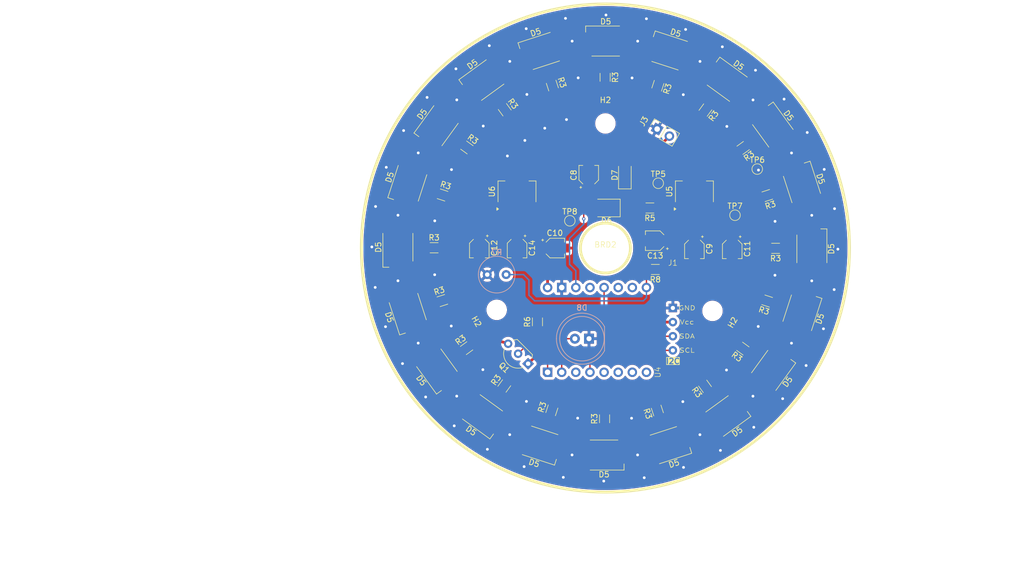
<source format=kicad_pcb>
(kicad_pcb (version 20240108) (generator "pcbnew") (generator_version "8.0")
  (layers (0 "F.Cu" signal) (31 "B.Cu" signal) (34 "B.Paste" user) (35 "F.Paste" user) (36 "B.SilkS" user "B.Silkscreen") (37 "F.SilkS" user "F.Silkscreen") (38 "B.Mask" user) (39 "F.Mask" user) (44 "Edge.Cuts" user))
  (net 0 "")
  (net 1 "/SDA")
  (net 2 "GND")
  (net 3 "/Power Supply/VIN")
  (net 4 "+3V3")
  (net 5 "+5V")
  (net 6 "/Power Supply/VDC")
  (net 7 "GPIO3")
  (net 8 "/SCK")
  (net 9 "GPIO5")
  (net 10 "ADC0")
  (net 11 "GPIO2")
  (net 12 "Net-(D5-AB)")
  (net 13 "Net-(D6-A)")
  (net 19 "GPIO9")
  (net 21 "Net-(D6-K)")
  (net 22 "Net-(Q1-B)")
  (net 23 "LED_RING")
  (footprint "Resistor_SMD:R_1206_3216Metric_Pad1.30x1.75mm_HandSolder" (layer "F.Cu") (at 230.7 99.75 180)
    (property "Reference" "R3")
    (property "Value" "10R")
  )
  (footprint "Resistor_SMD:R_1206_3216Metric_Pad1.30x1.75mm_HandSolder" (layer "F.Cu") (at 169.3 99.65)
    (property "Reference" "R3")
    (property "Value" "10R")
  )
  (footprint "Alexander Footprint Library:LED_5050-6" (layer "F.Cu") (at 211.644271 64.348029 -18)
    (property "Reference" "D5")
    (property "Value" "LED-5050")
  )
  (footprint "Alexander Footprint Library:LED_5050-6" (layer "F.Cu") (at 211.358954 135.144676 -162)
    (property "Reference" "D5")
    (property "Value" "LED-5050")
  )
  (footprint "Resistor_SMD:R_1206_3216Metric_Pad1.30x1.75mm_HandSolder" (layer "F.Cu") (at 181.914542 124.507432 54)
    (property "Reference" "R3")
    (property "Value" "10R")
  )
  (footprint "Resistor_SMD:R_1206_3216Metric_Pad1.30x1.75mm_HandSolder" (layer "F.Cu") (at 170.818016 90.165625 -18)
    (property "Reference" "R3")
    (property "Value" "10R")
  )
  (footprint "Resistor_SMD:R_1206_3216Metric_Pad1.30x1.75mm_HandSolder" (layer "F.Cu") (at 218.004556 124.566211 126)
    (property "Reference" "R3")
    (property "Value" "10R")
  )
  (footprint "Alexander Footprint Library:LED_5050-6" (layer "F.Cu") (at 230.023445 121.69872 -126)
    (property "Reference" "D5")
    (property "Value" "LED-5050")
  )
  (footprint "Alexander Footprint Library:LED_5050-6" (layer "F.Cu") (at 178.00128 129.723445 144)
    (property "Reference" "D5")
    (property "Value" "LED-5050")
  )
  (footprint "Resistor_SMD:R_1206_3216Metric_Pad1.30x1.75mm_HandSolder" (layer "F.Cu") (at 209.534375 70.518016 -108)
    (property "Reference" "R3")
    (property "Value" "10R")
  )
  (footprint "Capacitor_SMD:CP_Elec_3x5.3" (layer "F.Cu") (at 197.1 86.6 90)
    (property "Reference" "C8")
    (property "Value" "1uF")
  )
  (footprint "Capacitor_SMD:CP_Elec_3x5.3" (layer "F.Cu") (at 191 99.7)
    (property "Reference" "C10")
    (property "Value" "1uF")
  )
  (footprint "Alexander Footprint Library:Conn_I2C" (layer "F.Cu") (at 212.225 102.86)
    (property "Reference" "J1")
    (property "Value" "I2C")
  )
  (footprint "TestPoint:TestPoint_Pad_D1.5mm" (layer "F.Cu") (at 193.7 94.8)
    (property "Reference" "TP8")
    (property "Value" "5V")
  )
  (footprint "TestPoint:TestPoint_Pad_D1.5mm" (layer "F.Cu") (at 223.4 93.8)
    (property "Reference" "TP7")
    (property "Value" "3V3")
  )
  (footprint "Resistor_SMD:R_1206_3216Metric_Pad1.30x1.75mm_HandSolder" (layer "F.Cu") (at 190.560731 70.487114 -72)
    (property "Reference" "R3")
    (property "Value" "10R")
  )
  (footprint "Alexander Footprint Library:LED_5050-6" (layer "F.Cu") (at 221.99872 69.676555 -36)
    (property "Reference" "D5")
    (property "Value" "LED-5050")
  )
  (footprint "TestPoint:TestPoint_Pad_D1.5mm" (layer "F.Cu") (at 209.6 88.05)
    (property "Reference" "TP5")
    (property "Value" "VIN")
  )
  (footprint "TestPoint:TestPoint_Pad_D1.5mm" (layer "F.Cu") (at 227.4 85.5)
    (property "Reference" "TP6")
    (property "Value" "GND")
  )
  (footprint "Resistor_SMD:R_1206_3216Metric_Pad1.30x1.75mm_HandSolder" (layer "F.Cu") (at 229.181984 109.234375 162)
    (property "Reference" "R3")
    (property "Value" "10R")
  )
  (footprint "Capacitor_SMD:CP_Elec_3x5.3" (layer "F.Cu") (at 222.9 99.85 -90)
    (property "Reference" "C11")
    (property "Value" "10uF")
  )
  (footprint "Resistor_SMD:R_1206_3216Metric_Pad1.30x1.75mm_HandSolder" (layer "F.Cu") (at 199.95 130.4 90)
    (property "Reference" "R3")
    (property "Value" "10R")
  )
  (footprint "Alexander Footprint Library:ESP32-C3_SuperMini" (layer "F.Cu") (at 210.02 122.04 90)
    (property "Reference" "U4")
    (property "Value" "ESP32-C3 SuperMini")
  )
  (footprint "Alexander Footprint Library:LED_5050-6" (layer "F.Cu") (at 169.80022 121.456015 126)
    (property "Reference" "D5")
    (property "Value" "LED-5050")
  )
  (footprint "Alexander Footprint Library:LED_5050-6" (layer "F.Cu") (at 230.19978 77.943985 -54)
    (property "Reference" "D5")
    (property "Value" "LED-5050")
  )
  (footprint "Resistor_SMD:R_1206_3216Metric_Pad1.30x1.75mm_HandSolder" (layer "F.Cu") (at 190.465625 128.881984 72)
    (property "Reference" "R3")
    (property "Value" "10R")
  )
  (footprint "Alexander Footprint Library:LED_5050-6" (layer "F.Cu") (at 235.351971 111.344271 -108)
    (property "Reference" "D5")
    (property "Value" "LED-5050")
  )
  (footprint "Alexander Footprint Library:AMS1117 SOT-223" (layer "F.Cu") (at 216.1 89.55 90)
    (property "Reference" "U5")
    (property "Value" "AMS1117-3V3")
  )
  (footprint "Resistor_SMD:R_1206_3216Metric_Pad1.30x1.75mm_HandSolder" (layer "F.Cu") (at 229.212886 90.260731 -162)
    (property "Reference" "R3")
    (property "Value" "10R")
  )
  (footprint "Resistor_SMD:R_1206_3216Metric_Pad1.30x1.75mm_HandSolder" (layer "F.Cu") (at 224.807432 117.785458 144)
    (property "Reference" "R3")
    (property "Value" "10R")
  )
  (footprint "Resistor_SMD:R_1206_3216Metric_Pad1.30x1.75mm_HandSolder" (layer "F.Cu") (at 175.192568 81.614542 -36)
    (property "Reference" "R3")
    (property "Value" "10R")
  )
  (footprint "Alexander Footprint Library:LED_5050-6" (layer "F.Cu") (at 188.355729 135.051971 162)
    (property "Reference" "D5")
    (property "Value" "LED-5050")
  )
  (footprint "Alexander Footprint Library:LED_5050-6" (layer "F.Cu") (at 169.976555 77.70128 54)
    (property "Reference" "D5")
    (property "Value" "LED-5050")
  )
  (footprint "Alexander Footprint Library:LED_5050-6" (layer "F.Cu") (at 164.648029 88.055729 72)
    (property "Reference" "D5")
    (property "Value" "LED-5050")
  )
  (footprint "MountingHole:MountingHole_3.2mm_M3" (layer "F.Cu") (at 219.35 111 -120)
    (property "Reference" "H2")
    (property "Value" "MountingHole_M3")
  )
  (footprint "Resistor_SMD:R_1206_3216Metric_Pad1.30x1.75mm_HandSolder" (layer "F.Cu") (at 209.075 103.55 180)
    (property "Reference" "R8")
    (property "Value" "R")
  )
  (footprint "Resistor_SMD:R_1206_3216Metric_Pad1.30x1.75mm_HandSolder" (layer "F.Cu") (at 175.133789 117.704556 36)
    (property "Reference" "R3")
    (property "Value" "10R")
  )
  (footprint "Capacitor_SMD:CP_Elec_3x5.3" (layer "F.Cu") (at 184.2125 99.7 -90)
    (property "Reference" "C14")
    (property "Value" "0.1uF")
  )
  (footprint "LED_SMD:LED_1210_3225Metric_Pad1.42x2.65mm_HandSolder" (layer "F.Cu") (at 200.3 92.5 180)
    (property "Reference" "D6")
    (property "Value" "5050")
  )
  (footprint "Diode_SMD:D_1206_3216Metric_Pad1.42x1.75mm_HandSolder" (layer "F.Cu") (at 203.6 86.6 90)
    (property "Reference" "D7")
    (property "Value" "D")
  )
  (footprint "Capacitor_SMD:CP_Elec_3x5.3" (layer "F.Cu") (at 216.1 99.85 -90)
    (property "Reference" "C9")
    (property "Value" "1uF")
  )
  (footprint "Resistor_SMD:R_1206_3216Metric_Pad1.30x1.75mm_HandSolder" (layer "F.Cu") (at 187.875 112.975 90)
    (property "Reference" "R6")
    (property "Value" "R")
  )
  (footprint "Capacitor_SMD:CP_Elec_3x5.3" (layer "F.Cu") (at 209.05 98.375 180)
    (property "Reference" "C13")
    (property "Value" "0.1uF")
  )
  (footprint "Alexander Footprint Library:LED_5050-6" (layer "F.Cu") (at 162.78 99.55 90)
    (property "Reference" "D5")
    (property "Value" "LED-5050")
  )
  (footprint "Resistor_SMD:R_1206_3216Metric_Pad1.30x1.75mm_HandSolder" (layer "F.Cu") (at 200.05 69 -90)
    (property "Reference" "R3")
    (property "Value" "10R")
  )
  (footprint "Alexander Footprint Library:LED_5050-6" (layer "F.Cu") (at 237.22 99.85 -90)
    (property "Reference" "D5")
    (property "Value" "LED-5050")
  )
  (footprint "Alexander Footprint Library:LED_5050-6" (layer "F.Cu") (at 188.641046 64.255324 18)
    (property "Reference" "D5")
    (property "Value" "LED-5050")
  )
  (footprint "Connector_PinSocket_2.54mm:PinSocket_1x02_P2.54mm_Vertical" (layer "F.Cu") (at 209.403949 78.303948 60)
    (property "Reference" "J3")
    (property "Value" "PWR")
  )
  (footprint "Resistor_SMD:R_1206_3216Metric_Pad1.30x1.75mm_HandSolder" (layer "F.Cu") (at 170.787114 109.139269 18)
    (property "Reference" "R3")
    (property "Value" "10R")
  )
  (footprint "Alexander Footprint Library:LED_5050-6" (layer "F.Cu") (at 235.444676 88.341046 -72)
    (property "Reference" "D5")
    (property "Value" "LED-5050")
  )
  (footprint "Alexander Footprint Library:LED_5050-6" (layer "F.Cu") (at 199.85 136.92 180)
    (property "Reference" "D5")
    (property "Value" "LED-5050")
  )
  (footprint "Capacitor_SMD:CP_Elec_3x5.3" (layer "F.Cu") (at 177.425 99.7 -90)
    (property "Reference" "C12")
    (property "Value" "10uF")
  )
  (footprint "Alexander Footprint Library:LED_5050-6" (layer "F.Cu") (at 164.555324 111.058954 108)
    (property "Reference" "D5")
    (property "Value" "LED-5050")
  )
  (footprint "Alexander Footprint Library:AMS1117 SOT-223" (layer "F.Cu") (at 184.2 89.55 90)
    (property "Reference" "U6")
    (property "Value" "AMS1117-5V")
  )
  (footprint "Resistor_SMD:R_1206_3216Metric_Pad1.30x1.75mm_HandSolder" (layer "F.Cu") (at 209.439269 128.912886 108)
    (property "Reference" "R3")
    (property "Value" "10R")
  )
  (footprint "Alexander Footprint Library:LED_5050-6" (layer "F.Cu") (at 178.243985 69.50022 36)
    (property "Reference" "D5")
    (property "Value" "LED-5050")
  )
  (footprint "Resistor_SMD:R_1206_3216Metric_Pad1.30x1.75mm_HandSolder" (layer "F.Cu") (at 208.1 92.5 180)
    (property "Reference" "R5")
    (property "Value" "10R")
  )
  (footprint "Resistor_SMD:R_1206_3216Metric_Pad1.30x1.75mm_HandSolder" (layer "F.Cu") (at 218.085458 74.892568 -126)
    (property "Reference" "R3")
    (property "Value" "10R")
  )
  (footprint "Resistor_SMD:R_1206_3216Metric_Pad1.30x1.75mm_HandSolder" (layer "F.Cu") (at 181.995444 74.833789 -54)
    (property "Reference" "R3")
    (property "Value" "10R")
  )
  (footprint "Alexander Footprint Library:LED_5050-6" (layer "F.Cu") (at 200.15 62.48)
    (property "Reference" "D5")
    (property "Value" "LED-5050")
  )
  (footprint "MountingHole:MountingHole_3.2mm_M3" (layer "F.Cu") (at 180.551031 110.813397 120)
    (property "Reference" "H2")
    (property "Value" "MountingHole_M3")
  )
  (footprint "Alexander Footprint Library:LED_5050-6" (layer "F.Cu") (at 221.756015 129.89978 -144)
    (property "Reference" "D5")
    (property "Value" "LED-5050")
  )
  (footprint "Package_TO_SOT_THT:TO-92L_Inline_Wide" (layer "F.Cu") (at 186.196051 120.496051 135)
    (property "Reference" "Q1")
    (property "Value" "NPN")
  )
  (footprint "Resistor_SMD:R_1206_3216Metric_Pad1.30x1.75mm_HandSolder" (layer "F.Cu") (at 224.866211 81.695444 -144)
    (property "Reference" "R3")
    (property "Value" "10R")
  )
  (footprint "MountingHole:MountingHole_3.2mm_M3" (layer "F.Cu") (at 200.1 77.3)
    (property "Reference" "H2")
    (property "Value" "MountingHole_M3")
  )
  (footprint "Alexander Footprint Library:Circle-44R" (layer "F.Cu") (at 200.1 99.6)
    (property "Reference" "BRD2")
    (property "Value" "~")
    (fp_circle (center 0 0.1) (end 4.5 0) (stroke (width 0.05)) (fill none) (layer "Edge.Cuts"))
    (fp_circle (center 0 0.1) (end 44 0.1) (stroke (width 0.05)) (fill none) (layer "Edge.Cuts"))
  )
  (footprint "OptoDevice:R_LDR_D6.4mm_P3.4mm_Vertical" (layer "B.Cu") (at 182.25 104.475 180)
    (property "Reference" "R7")
    (property "Value" "A1050")
  )
  (footprint "LED_THT:LED_D8.0mm" (layer "B.Cu") (at 197.15 116 180)
    (property "Reference" "D8")
    (property "Value" "LED_8mm")
  )
  (gr_circle (center 200.1 99.7) (end 227.250046 99.7) (stroke (width 0.5)) (fill none) (layer "F.Cu") (net 23))
  (gr_line (start 182.65 116.875) (end 178.05 115.65) (stroke (width 0.5)) (layer "F.Cu") (net 23))
  (segment (start 197.063604 119.9) (end 199.313604 117.65) (width 0.25) (layer "F.Cu") (net 1))
  (segment (start 192.9 119.9) (end 197.063604 119.9) (width 0.25) (layer "F.Cu") (net 1))
  (segment (start 192.239999 122.04) (end 192.239999 120.560001) (width 0.25) (layer "F.Cu") (net 1))
  (segment (start 207.65 117.65) (end 209.74 115.56) (width 0.25) (layer "F.Cu") (net 1))
  (segment (start 192.239999 120.560001) (end 192.9 119.9) (width 0.25) (layer "F.Cu") (net 1))
  (segment (start 199.313604 117.65) (end 207.65 117.65) (width 0.25) (layer "F.Cu") (net 1))
  (segment (start 209.74 115.56) (end 212.2 115.56) (width 0.25) (layer "F.Cu") (net 1))
  (via (at 199.8 141.6) (size 0.8) (drill 0.5) (layers "F.Cu" "B.Cu") (net 2))
  (via (at 172.422711 85.597053) (size 0.8) (drill 0.5) (layers "F.Cu" "B.Cu") (net 2))
  (via (at 158.1 99.5) (size 0.8) (drill 0.5) (layers "F.Cu" "B.Cu") (net 2))
  (via (at 204.890849 69.114389) (size 0.8) (drill 0.5) (layers "F.Cu" "B.Cu") (net 2))
  (via (at 230.6 94.9) (size 0.8) (drill 0.5) (layers "F.Cu" "B.Cu") (net 2))
  (via (at 231.968705 126.78601) (size 0.8) (drill 0.5) (layers "F.Cu" "B.Cu") (net 2))
  (via (at 173.372501 73.061188) (size 0.8) (drill 0.5) (layers "F.Cu" "B.Cu") (net 2))
  (via (at 178.876795 135.886464) (size 0.8) (drill 0.5) (layers "F.Cu" "B.Cu") (net 2))
  (via (at 182.474425 83.144813) (size 0.8) (drill 0.5) (layers "F.Cu" "B.Cu") (net 2))
  (via (at 173.220408 67.47418) (size 0.8) (drill 0.5) (layers "F.Cu" "B.Cu") (net 2))
  (via (at 230.585611 104.590849) (size 0.8) (drill 0.5) (layers "F.Cu" "B.Cu") (net 2))
  (via (at 241.228715 107.17282) (size 0.8) (drill 0.5) (layers "F.Cu" "B.Cu") (net 2))
  (via (at 178.13049 77.765449) (size 0.8) (drill 0.5) (layers "F.Cu" "B.Cu") (net 2))
  (via (at 192.52718 140.928715) (size 0.8) (drill 0.5) (layers "F.Cu" "B.Cu") (net 2))
  (via (at 166.436635 116.792411) (size 0.8) (drill 0.5) (layers "F.Cu" "B.Cu") (net 2))
  (via (at 221.86951 121.634551) (size 0.8) (drill 0.5) (layers "F.Cu" "B.Cu") (net 2))
  (via (at 194.1 136.9) (size 0.8) (drill 0.5) (layers "F.Cu" "B.Cu") (net 2))
  (via (at 207.47282 58.471285) (size 0.8) (drill 0.5) (layers "F.Cu" "B.Cu") (net 2))
  (via (at 163.813536 78.576795) (size 0.8) (drill 0.5) (layers "F.Cu" "B.Cu") (net 2))
  (via (at 178.065449 121.56951) (size 0.8) (drill 0.5) (layers "F.Cu" "B.Cu") (net 2))
  (via (at 182.907589 66.136635) (size 0.8) (drill 0.5) (layers "F.Cu" "B.Cu") (net 2))
  (via (at 166.443898 82.593334) (size 0.8) (drill 0.5) (layers "F.Cu" "B.Cu") (net 2))
  (via (at 204.8 130.3) (size 0.8) (drill 0.5) (layers "F.Cu" "B.Cu") (net 2))
  (via (at 221.123205 63.513536) (size 0.8) (drill 0.5) (layers "F.Cu" "B.Cu") (net 2))
  (via (at 237.2 105.6) (size 0.8) (drill 0.5) (layers "F.Cu" "B.Cu") (net 2))
  (via (at 227.08601 67.731295) (size 0.8) (drill 0.5) (layers "F.Cu" "B.Cu") (net 2))
  (via (at 163.613536 120.476795) (size 0.8) (drill 0.5) (layers "F.Cu" "B.Cu") (net 2))
  (via (at 214.142705 139.141525) (size 0.8) (drill 0.5) (layers "F.Cu" "B.Cu") (net 2))
  (via (at 217.092411 133.263365) (size 0.8) (drill 0.5) (layers "F.Cu" "B.Cu") (net 2))
  (via (at 226.779592 131.92582) (size 0.8) (drill 0.5) (layers "F.Cu" "B.Cu") (net 2))
  (via (at 162.8 93.8) (size 0.8) (drill 0.5) (layers "F.Cu" "B.Cu") (net 2))
  (via (at 239.304717 114.218583) (size 0.8) (drill 0.5) (layers "F.Cu" "B.Cu") (net 2))
  (via (at 168.031295 72.61399) (size 0.8) (drill 0.5) (layers "F.Cu" "B.Cu") (net 2))
  (via (at 172.91399 131.668705) (size 0.8) (drill 0.5) (layers "F.Cu" "B.Cu") (net 2))
  (via (at 214.518583 60.395283) (size 0.8) (drill 0.5) (layers "F.Cu" "B.Cu") (net 2))
  (via (at 220.776795 136.086464) (size 0.8) (drill 0.5) (layers "F.Cu" "B.Cu") (net 2))
  (via (at 185.857295 60.258475) (size 0.8) (drill 0.5) (layers "F.Cu" "B.Cu") (net 2))
  (via (at 200.2 57.8) (size 0.8) (drill 0.5) (layers "F.Cu" "B.Cu") (net 2))
  (via (at 226.627499 126.338812) (size 0.8) (drill 0.5) (layers "F.Cu" "B.Cu") (net 2))
  (via (at 237.202503 93.815801) (size 0.8) (drill 0.5) (layers "F.Cu" "B.Cu") (net 2))
  (via (at 236.186464 120.823205) (size 0.8) (drill 0.5) (layers "F.Cu" "B.Cu") (net 2))
  (via (at 205.884199 136.902503) (size 0.8) (drill 0.5) (layers "F.Cu" "B.Cu") (net 2))
  (via (at 185.979009 72.080952) (size 0.8) (drill 0.5) (layers "F.Cu" "B.Cu") (net 2))
  (via (at 158.771285 92.22718) (size 0.8) (drill 0.5) (layers "F.Cu" "B.Cu") (net 2))
  (via (at 207.078897 140.998174) (size 0.8) (drill 0.5) (layers "F.Cu" "B.Cu") (net 2))
  (via (at 232.22582 72.920408) (size 0.8) (drill 0.5) (layers "F.Cu" "B.Cu") (net 2))
  (via (at 195.2 69.1) (size 0.8) (drill 0.5) (layers "F.Cu" "B.Cu") (net 2))
  (via (at 214.102947 72.122711) (size 0.8) (drill 0.5) (layers "F.Cu" "B.Cu") (net 2))
  (via (at 160.558475 113.842705) (size 0.8) (drill 0.5) (layers "F.Cu" "B.Cu") (net 2))
  (via (at 169.4 104.5) (size 0.8) (drill 0.5) (layers "F.Cu" "B.Cu") (net 2))
  (via (at 227.577289 113.802947) (size 0.8) (drill 0.5) (layers "F.Cu" "B.Cu") (net 2))
  (via (at 185.897053 127.277289) (size 0.8) (drill 0.5) (layers "F.Cu" "B.Cu") (net 2))
  (via (at 192.921103 58.401826) (size 0.8) (drill 0.5) (layers "F.Cu" "B.Cu") (net 2))
  (via (at 160.695283 85.181417) (size 0.8) (drill 0.5) (layers "F.Cu" "B.Cu") (net 2))
  (via (at 169.414389 94.809151) (size 0.8) (drill 0.5) (layers "F.Cu" "B.Cu") (net 2))
  (via (at 233.563365 82.607589) (size 0.8) (drill 0.5) (layers "F.Cu" "B.Cu") (net 2))
  (via (at 182.893334 133.256102) (size 0.8) (drill 0.5) (layers "F.Cu" "B.Cu") (net 2))
  (via (at 195.109151 130.285611) (size 0.8) (drill 0.5) (layers "F.Cu" "B.Cu") (net 2))
  (via (at 172.380952 113.720991) (size 0.8) (drill 0.5) (layers "F.Cu" "B.Cu") (net 2))
  (via (at 193.1 76.6) (size 0.8) (drill 0.5) (layers "F.Cu" "B.Cu") (net 2))
  (via (at 185.481417 139.004717) (size 0.8) (drill 0.5) (layers "F.Cu" "B.Cu") (net 2))
  (via (at 179.223205 63.313536) (size 0.8) (drill 0.5) (layers "F.Cu" "B.Cu") (net 2))
  (via (at 167.77418 126.479592) (size 0.8) (drill 0.5) (layers "F.Cu" "B.Cu") (net 2))
  (via (at 217.106666 66.143898) (size 0.8) (drill 0.5) (layers "F.Cu" "B.Cu") (net 2))
  (via (at 162.797497 105.584199) (size 0.8) (drill 0.5) (layers "F.Cu" "B.Cu") (net 2))
  (via (at 194.115801 62.497497) (size 0.8) (drill 0.5) (layers "F.Cu" "B.Cu") (net 2))
  (via (at 185.615456 80.353039) (size 0.8) (drill 0.5) (layers "F.Cu" "B.Cu") (net 2))
  (via (at 214.020991 127.319048) (size 0.8) (drill 0.5) (layers "F.Cu" "B.Cu") (net 2))
  (via (at 241.9 99.9) (size 0.8) (drill 0.5) (layers "F.Cu" "B.Cu") (net 2))
  (via (at 205.9 62.5) (size 0.8) (drill 0.5) (layers "F.Cu" "B.Cu") (net 2))
  (via (at 239.441525 85.557295) (size 0.8) (drill 0.5) (layers "F.Cu" "B.Cu") (net 2))
  (via (at 173.361188 126.327499) (size 0.8) (drill 0.5) (layers "F.Cu" "B.Cu") (net 2))
  (via (at 233.556102 116.806666) (size 0.8) (drill 0.5) (layers "F.Cu" "B.Cu") (net 2))
  (via (at 189.193554 78.149113) (size 0.8) (drill 0.5) (layers "F.Cu" "B.Cu") (net 2))
  (via (at 158.701826 106.778897) (size 0.8) (drill 0.5) (layers "F.Cu" "B.Cu") (net 2))
  (via (at 226.638812 73.072501) (size 0.8) (drill 0.5) (layers "F.Cu" "B.Cu") (net 2))
  (via (at 227.619048 85.679009) (size 0.8) (drill 0.5) (layers "F.Cu" "B.Cu") (net 2))
  (via (at 241.298174 92.621103) (size 0.8) (drill 0.5) (layers "F.Cu" "B.Cu") (net 2))
  (via (at 236.386464 78.923205) (size 0.8) (drill 0.5) (layers "F.Cu" "B.Cu") (net 2))
  (via (at 221.934551 77.83049) (size 0.8) (drill 0.5) (layers "F.Cu" "B.Cu") (net 2))
  (segment (start 217.35 89.4) (end 218.4 90.45) (width 0.5) (layer "F.Cu") (net 3))
  (segment (start 203.6 88.0875) (end 197.1125 88.0875) (width 0.5) (layer "F.Cu") (net 3))
  (segment (start 194.1125 88.0875) (end 189.5 92.7) (width 0.5) (layer "F.Cu") (net 3))
  (segment (start 197.1125 88.0875) (end 194.1125 88.0875) (width 0.5) (layer "F.Cu") (net 3))
  (segment (start 218.4 90.45) (end 218.4 92.7) (width 0.5) (layer "F.Cu") (net 3))
  (segment (start 197.1125 88.0875) (end 197.1 88.1) (width 0.25) (layer "F.Cu") (net 3))
  (segment (start 189.5 92.7) (end 186.5 92.7) (width 0.5) (layer "F.Cu") (net 3))
  (segment (start 210.9 89.4) (end 217.35 89.4) (width 0.5) (layer "F.Cu") (net 3))
  (segment (start 209.5875 88.0875) (end 210.9 89.4) (width 0.5) (layer "F.Cu") (net 3))
  (segment (start 203.6 88.0875) (end 209.5875 88.0875) (width 0.5) (layer "F.Cu") (net 3))
  (segment (start 193.672102 113.02) (end 186.196051 120.496051) (width 0.5) (layer "F.Cu") (net 4))
  (segment (start 205.5 113.02) (end 193.672102 113.02) (width 0.5) (layer "F.Cu") (net 4))
  (segment (start 210.55 98.375) (end 210.55 98.65) (width 0.5) (layer "F.Cu") (net 4))
  (segment (start 223.4 95.4) (end 222.9 95.9) (width 0.25) (layer "F.Cu") (net 4))
  (segment (start 216.1 92.7) (end 216.1 98.35) (width 0.5) (layer "F.Cu") (net 4))
  (segment (start 210.625 107.895) (end 205.5 113.02) (width 0.5) (layer "F.Cu") (net 4))
  (segment (start 223.4 93.8) (end 223.4 95.4) (width 0.25) (layer "F.Cu") (net 4))
  (segment (start 210.625 98.725) (end 210.625 103.55) (width 0.5) (layer "F.Cu") (net 4))
  (segment (start 210.55 98.65) (end 210.625 98.725) (width 0.5) (layer "F.Cu") (net 4))
  (segment (start 212.2 113.02) (end 205.5 113.02) (width 0.5) (layer "F.Cu") (net 4))
  (segment (start 210.625 103.55) (end 210.625 107.895) (width 0.5) (layer "F.Cu") (net 4))
  (segment (start 216.1 98.35) (end 210.575 98.35) (width 0.5) (layer "F.Cu") (net 4))
  (segment (start 210.575 98.35) (end 210.55 98.375) (width 0.5) (layer "F.Cu") (net 4))
  (segment (start 222.9 95.9) (end 222.9 98.35) (width 0.25) (layer "F.Cu") (net 4))
  (segment (start 216.1 98.35) (end 222.9 98.35) (width 0.5) (layer "F.Cu") (net 4))
  (segment (start 189.7 102.4) (end 189.7 106.8) (width 0.5) (layer "F.Cu") (net 5))
  (segment (start 184.2125 98.2) (end 186.45 98.2) (width 0.5) (layer "F.Cu") (net 5))
  (segment (start 186.45 98.2) (end 188.35 98.2) (width 0.5) (layer "F.Cu") (net 5))
  (segment (start 177.425 98.2) (end 184.2125 98.2) (width 0.5) (layer "F.Cu") (net 5))
  (segment (start 189.5 99.7) (end 189.5 102.2) (width 0.5) (layer "F.Cu") (net 5))
  (segment (start 193.7 94.8) (end 189.85 94.8) (width 0.25) (layer "F.Cu") (net 5))
  (segment (start 188.35 98.2) (end 189.5 99.35) (width 0.5) (layer "F.Cu") (net 5))
  (segment (start 184.2 92.7) (end 184.2 98.1875) (width 0.5) (layer "F.Cu") (net 5))
  (segment (start 184.2 98.1875) (end 184.2125 98.2) (width 0.5) (layer "F.Cu") (net 5))
  (segment (start 189.85 94.8) (end 186.45 98.2) (width 0.25) (layer "F.Cu") (net 5))
  (segment (start 189.5 99.35) (end 189.5 99.7) (width 0.5) (layer "F.Cu") (net 5))
  (segment (start 189.5 102.2) (end 189.7 102.4) (width 0.5) (layer "F.Cu") (net 5))
  (segment (start 203.6 85.1125) (end 203.6 83.4) (width 0.5) (layer "F.Cu") (net 6))
  (segment (start 208.970155 82.229845) (end 211.603654 79.596346) (width 0.5) (layer "F.Cu") (net 6))
  (segment (start 204.770155 82.229845) (end 208.970155 82.229845) (width 0.5) (layer "F.Cu") (net 6))
  (segment (start 203.6 83.4) (end 204.770155 82.229845) (width 0.5) (layer "F.Cu") (net 6))
  (segment (start 211.603654 79.596346) (end 211.603654 79.573948) (width 0.5) (layer "F.Cu") (net 6))
  (segment (start 187.875 111.425) (end 198.8 111.425) (width 0.25) (layer "F.Cu") (net 7))
  (segment (start 199.86 110.365) (end 199.86 106.8) (width 0.25) (layer "F.Cu") (net 7))
  (segment (start 198.8 111.425) (end 199.86 110.365) (width 0.25) (layer "F.Cu") (net 7))
  (segment (start 197.32 122.04) (end 197.32 120.28) (width 0.25) (layer "F.Cu") (net 8))
  (segment (start 199.5 118.1) (end 212.2 118.1) (width 0.25) (layer "F.Cu") (net 8))
  (segment (start 197.32 120.28) (end 199.5 118.1) (width 0.25) (layer "F.Cu") (net 8))
  (segment (start 192.4 116) (end 194.61 116) (width 0.25) (layer "F.Cu") (net 9))
  (segment (start 189.7 118.7) (end 192.4 116) (width 0.25) (layer "F.Cu") (net 9))
  (segment (start 189.7 122.04) (end 189.7 118.7) (width 0.25) (layer "F.Cu") (net 9))
  (segment (start 207.48 106.8) (end 207.48 103.595) (width 0.25) (layer "F.Cu") (net 10))
  (segment (start 207.48 103.595) (end 207.525 103.55) (width 0.25) (layer "F.Cu") (net 10))
  (segment (start 207.48 108.645) (end 207.48 106.8) (width 0.25) (layer "B.Cu") (net 10))
  (segment (start 206.925 109.2) (end 207.48 108.645) (width 0.25) (layer "B.Cu") (net 10))
  (segment (start 185.375 104.475) (end 186.35 105.45) (width 0.25) (layer "B.Cu") (net 10))
  (segment (start 186.35 108.175) (end 187.375 109.2) (width 0.25) (layer "B.Cu") (net 10))
  (segment (start 187.375 109.2) (end 206.925 109.2) (width 0.25) (layer "B.Cu") (net 10))
  (segment (start 182.25 104.475) (end 185.375 104.475) (width 0.25) (layer "B.Cu") (net 10))
  (segment (start 186.35 105.45) (end 186.35 108.175) (width 0.25) (layer "B.Cu") (net 10))
  (segment (start 227.413767 77.00158) (end 225.536848 78.365242) (width 0.25) (layer "F.Cu") (net 12))
  (segment (start 208.729425 68.626705) (end 210.013351 69.043878) (width 0.25) (layer "F.Cu") (net 12))
  (segment (start 188.797828 69.430149) (end 190.081754 69.012976) (width 0.25) (layer "F.Cu") (net 12))
  (segment (start 236.319831 85.533181) (end 233.086239 86.583839) (width 0.25) (layer "F.Cu") (net 12))
  (segment (start 219.057844 69.6412) (end 217.694182 71.518119) (width 0.25) (layer "F.Cu") (net 12))
  (segment (start 237.710408 109.587064) (end 234.476816 108.536406) (width 0.25) (layer "F.Cu") (net 12))
  (segment (start 166.913761 112.816161) (end 169.120212 112.099242) (width 0.25) (layer "F.Cu") (net 12))
  (segment (start 233.086239 86.583839) (end 230.879788 87.300758) (width 0.25) (layer "F.Cu") (net 12))
  (segment (start 191.880513 131.970365) (end 191.270575 130.773295) (width 0.25) (layer "F.Cu") (net 12))
  (segment (start 169.835575 124.39689) (end 172.586233 122.39842) (width 0.25) (layer "F.Cu") (net 12))
  (segment (start 201.3 131.95) (end 199.95 131.95) (width 0.25) (layer "F.Cu") (net 12))
  (segment (start 232.809458 120.756314) (end 230.0588 118.757844) (width 0.25) (layer "F.Cu") (net 12))
  (segment (start 165.523184 90.863594) (end 167.729635 91.580513) (width 0.25) (layer "F.Cu") (net 12))
  (segment (start 182.305818 127.881881) (end 182.095648 126.554919) (width 0.25) (layer "F.Cu") (net 12))
  (segment (start 168.926705 90.970575) (end 169.343878 89.686649) (width 0.25) (layer "F.Cu") (net 12))
  (segment (start 230.879788 87.300759) (end 230.26985 88.497829) (width 0.25) (layer "F.Cu") (net 12))
  (segment (start 230.0588 118.757844) (end 228.181881 117.394182) (width 0.25) (layer "F.Cu") (net 12))
  (segment (start 171.818119 82.005818) (end 173.145081 81.795648) (width 0.25) (layer "F.Cu") (net 12))
  (segment (start 209.887064 61.989592) (end 208.836406 65.223184) (width 0.25) (layer "F.Cu") (net 12))
  (segment (start 231.073295 108.429425) (end 230.656122 109.713351) (width 0.25) (layer "F.Cu") (net 12))
  (segment (start 191.270575 130.773295) (end 189.986649 130.356122) (width 0.25) (layer "F.Cu") (net 12))
  (segment (start 222.69842 127.113767) (end 221.334758 125.236848) (width 0.25) (layer "F.Cu") (net 12))
  (segment (start 220.007796 125.026677) (end 218.915623 125.820187) (width 0.25) (layer "F.Cu") (net 12))
  (segment (start 167.190542 78.643686) (end 169.9412 80.642156) (width 0.25) (layer "F.Cu") (net 12))
  (segment (start 178.943686 132.509458) (end 180.942156 129.7588) (width 0.25) (layer "F.Cu") (net 12))
  (segment (start 214.166819 136.019831) (end 213.116161 132.786239) (width 0.25) (layer "F.Cu") (net 12))
  (segment (start 221.334759 125.236847) (end 220.007797 125.026677) (width 0.25) (layer "F.Cu") (net 12))
  (segment (start 190.112936 137.410408) (end 191.163594 134.176816) (width 0.25) (layer "F.Cu") (net 12))
  (segment (start 233.2 97.45) (end 232.25 98.4) (width 0.25) (layer "F.Cu") (net 12))
  (segment (start 217.694182 71.518119) (end 217.904352 72.845081) (width 0.25) (layer "F.Cu") (net 12))
  (segment (start 167.75 101) (end 167.75 99.65) (width 0.25) (layer "F.Cu") (net 12))
  (segment (start 208.836406 65.223184) (end 208.119487 67.429635) (width 0.25) (layer "F.Cu") (net 12))
  (segment (start 197.75 66.5) (end 198.7 67.45) (width 0.25) (layer "F.Cu") (net 12))
  (segment (start 226.854919 117.604352) (end 226.061409 118.696525) (width 0.25) (layer "F.Cu") (net 12))
  (segment (start 197.75 60.78) (end 197.75 64.18) (width 0.25) (layer "F.Cu") (net 12))
  (segment (start 185.833181 63.380169) (end 186.883839 66.613761) (width 0.25) (layer "F.Cu") (net 12))
  (segment (start 174.673323 119.707796) (end 173.879813 118.615623) (width 0.25) (layer "F.Cu") (net 12))
  (segment (start 235.52 97.45) (end 233.2 97.45) (width 0.25) (layer "F.Cu") (net 12))
  (segment (start 202.25 132.9) (end 201.3 131.95) (width 0.25) (layer "F.Cu") (net 12))
  (segment (start 217.904352 72.845081) (end 218.996525 73.638591) (width 0.25) (layer "F.Cu") (net 12))
  (segment (start 167.729635 91.580513) (end 168.926705 90.970575) (width 0.25) (layer "F.Cu") (net 12))
  (segment (start 208.119487 67.429635) (end 208.729425 68.626705) (width 0.25) (layer "F.Cu") (net 12))
  (segment (start 177.30158 72.286233) (end 178.665242 74.163152) (width 0.25) (layer "F.Cu") (net 12))
  (segment (start 225.536847 78.365241) (end 225.326677 79.692203) (width 0.25) (layer "F.Cu") (net 12))
  (segment (start 232.25 98.4) (end 232.25 99.75) (width 0.25) (layer "F.Cu") (net 12))
  (segment (start 197.75 64.18) (end 197.75 66.5) (width 0.25) (layer "F.Cu") (net 12))
  (segment (start 178.665241 74.163153) (end 179.992203 74.373323) (width 0.25) (layer "F.Cu") (net 12))
  (segment (start 161.08 101.95) (end 164.48 101.95) (width 0.25) (layer "F.Cu") (net 12))
  (segment (start 211.202172 129.969851) (end 209.918246 130.387024) (width 0.25) (layer "F.Cu") (net 12))
  (segment (start 230.164425 75.00311) (end 227.413767 77.00158) (width 0.25) (layer "F.Cu") (net 12))
  (segment (start 191.163594 134.176816) (end 191.880513 131.970365) (width 0.25) (layer "F.Cu") (net 12))
  (segment (start 187.600759 68.820212) (end 188.797829 69.43015) (width 0.25) (layer "F.Cu") (net 12))
  (segment (start 169.120212 112.099241) (end 169.73015 110.902171) (width 0.25) (layer "F.Cu") (net 12))
  (segment (start 182.095648 126.554919) (end 181.003475 125.761409) (width 0.25) (layer "F.Cu") (net 12))
  (segment (start 202.25 138.62) (end 202.25 135.22) (width 0.25) (layer "F.Cu") (net 12))
  (segment (start 213.116161 132.786239) (end 212.399242 130.579788) (width 0.25) (layer "F.Cu") (net 12))
  (segment (start 232.270365 107.819487) (end 231.073295 108.429425) (width 0.25) (layer "F.Cu") (net 12))
  (segment (start 225.326677 79.692204) (end 226.120187 80.784377) (width 0.25) (layer "F.Cu") (net 12))
  (segment (start 162.289592 89.812936) (end 165.523184 90.863594) (width 0.25) (layer "F.Cu") (net 12))
  (segment (start 172.586233 122.39842) (end 174.463152 121.034758) (width 0.25) (layer "F.Cu") (net 12))
  (segment (start 169.9412 80.642156) (end 171.818119 82.005818) (width 0.25) (layer "F.Cu") (net 12))
  (segment (start 164.48 101.95) (end 166.8 101.95) (width 0.25) (layer "F.Cu") (net 12))
  (segment (start 224.69689 129.864425) (end 222.69842 127.113767) (width 0.25) (layer "F.Cu") (net 12))
  (segment (start 212.399241 130.579788) (end 211.202171 129.96985) (width 0.25) (layer "F.Cu") (net 12))
  (segment (start 186.883839 66.613761) (end 187.600758 68.820212) (width 0.25) (layer "F.Cu") (net 12))
  (segment (start 228.181881 117.394182) (end 226.854919 117.604352) (width 0.25) (layer "F.Cu") (net 12))
  (segment (start 230.269851 88.497828) (end 230.687024 89.781754) (width 0.25) (layer "F.Cu") (net 12))
  (segment (start 202.25 135.22) (end 202.25 132.9) (width 0.25) (layer "F.Cu") (net 12))
  (segment (start 238.92 97.45) (end 235.52 97.45) (width 0.25) (layer "F.Cu") (net 12))
  (segment (start 175.30311 69.535575) (end 177.30158 72.286233) (width 0.25) (layer "F.Cu") (net 12))
  (segment (start 221.056314 66.890542) (end 219.057844 69.6412) (width 0.25) (layer "F.Cu") (net 12))
  (segment (start 180.942156 129.7588) (end 182.305818 127.881881) (width 0.25) (layer "F.Cu") (net 12))
  (segment (start 163.680169 113.866819) (end 166.913761 112.816161) (width 0.25) (layer "F.Cu") (net 12))
  (segment (start 174.463153 121.034759) (end 174.673323 119.707797) (width 0.25) (layer "F.Cu") (net 12))
  (segment (start 166.8 101.95) (end 167.75 101) (width 0.25) (layer "F.Cu") (net 12))
  (segment (start 234.476816 108.536406) (end 232.270365 107.819487) (width 0.25) (layer "F.Cu") (net 12))
  (segment (start 198.7 67.45) (end 200.05 67.45) (width 0.25) (layer "F.Cu") (net 12))
  (segment (start 179.992204 74.373323) (end 181.084377 73.579813) (width 0.25) (layer "F.Cu") (net 12))
  (segment (start 173.145081 81.795648) (end 173.938591 80.703475) (width 0.25) (layer "F.Cu") (net 12))
  (segment (start 169.730149 110.902172) (end 169.312976 109.618246) (width 0.25) (layer "F.Cu") (net 12))
  (segment (start 196.8 92.5) (end 196.2 93.1) (width 0.25) (layer "F.Cu") (net 13))
  (segment (start 196.2 93.1) (end 196.2 94.45) (width 0.25) (layer "F.Cu") (net 13))
  (segment (start 198.8125 92.5) (end 196.8 92.5) (width 0.25) (layer "F.Cu") (net 13))
  (via (at 196.2 94.45) (size 0.6) (drill 0.3) (layers "F.Cu" "B.Cu") (net 13))
  (segment (start 193.65 102.65) (end 194.78 103.78) (width 0.25) (layer "B.Cu") (net 13))
  (segment (start 196.2 94.45) (end 196.2 95.4) (width 0.25) (layer "B.Cu") (net 13))
  (segment (start 193.65 97.95) (end 193.65 102.65) (width 0.25) (layer "B.Cu") (net 13))
  (segment (start 194.78 103.78) (end 194.78 106.8) (width 0.25) (layer "B.Cu") (net 13))
  (segment (start 196.2 95.4) (end 193.65 97.95) (width 0.25) (layer "B.Cu") (net 13))
  (segment (start 201.7875 92.5) (end 206.55 92.5) (width 0.25) (layer "F.Cu") (net 21))
  (segment (start 187.875 115.225) (end 184.4 118.7) (width 0.25) (layer "F.Cu") (net 22))
  (segment (start 187.875 114.525) (end 187.875 115.225) (width 0.25) (layer "F.Cu") (net 22))
  (segment (start 227.738748 90.739707) (end 225.836635 91.357741) (width 0.25) (layer "F.Cu") (net 23))
  (segment (start 227.707847 108.755398) (end 225.805734 108.137364) (width 0.25) (layer "F.Cu") (net 23))
  (segment (start 182.825609 123.253456) (end 182.825609 123.224391) (width 0.25) (layer "F.Cu") (net 23))
  (segment (start 184.025 121.975) (end 182.825609 123.174391) (width 0.25) (layer "F.Cu") (net 23))
  (segment (start 227 99.75) (end 229.15 99.75) (width 0.25) (layer "F.Cu") (net 23))
  (segment (start 208.960293 127.438748) (end 208.342259 125.536635) (width 0.25) (layer "F.Cu") (net 23))
  (segment (start 182.825609 123.174391) (end 182.825609 123.253456) (width 0.25) (layer "F.Cu") (net 23))
  (segment (start 191.039707 71.961252) (end 191.657741 73.863365) (width 0.25) (layer "F.Cu") (net 23))
  (segment (start 176.387765 116.793489) (end 178.005799 115.617918) (width 0.25) (layer "F.Cu") (net 23))
  (segment (start 199.95 128.85) (end 199.95 126.85) (width 0.25) (layer "F.Cu") (net 23))
  (segment (start 170.85 99.65) (end 172.85 99.65) (width 0.25) (layer "F.Cu") (net 23))
  (segment (start 217.093489 123.312235) (end 215.917918 121.694201) (width 0.25) (layer "F.Cu") (net 23))
  (segment (start 223.612235 82.606511) (end 221.994201 83.782082) (width 0.25) (layer "F.Cu") (net 23))
  (segment (start 172.292153 90.644602) (end 174.194266 91.262636) (width 0.25) (layer "F.Cu") (net 23))
  (segment (start 200.05 70.55) (end 200.05 72.55) (width 0.25) (layer "F.Cu") (net 23))
  (segment (start 176.446544 82.525609) (end 178.064578 83.70118) (width 0.25) (layer "F.Cu") (net 23))
  (segment (start 217.174391 76.146544) (end 215.99882 77.764578) (width 0.25) (layer "F.Cu") (net 23))
  (segment (start 223.553456 116.874391) (end 221.935422 115.69882) (width 0.25) (layer "F.Cu") (net 23))
  (segment (start 182.906511 76.087765) (end 184.082082 77.705799) (width 0.25) (layer "F.Cu") (net 23))
  (segment (start 190.944602 127.407847) (end 191.562636 125.505734) (width 0.25) (layer "F.Cu") (net 23))
  (segment (start 209.055398 71.992153) (end 208.437364 73.894266) (width 0.25) (layer "F.Cu") (net 23))
  (segment (start 172.261252 108.660293) (end 174.163365 108.042259) (width 0.25) (layer "F.Cu") (net 23))
  (zone (net 2) (net_name "GND") (layer "F.Cu") (priority 1) (connect_pads (clearance 0.5)) (min_thickness 0.25) (fill yes (thermal_gap 0.5) (thermal_bridge_width 0.5) (island_removal_mode 1) (island_area_min 10))
    (polygon (pts (xy 200.4 55.1) (xy 215.1 57.45) (xy 229.9 65.6) (xy 240.05 79) (xy 245.8 97.05) (xy 242.8 113.4) (xy 234.9 129.65) (xy 214.1 144.1) (xy 192.45 144.2) (xy 167.85 135.4) (xy 160.45 119.85) (xy 154.85 105.9) (xy 156.7 88.05) (xy 165.65 68.45) (xy 187.05 56.1)))
  )
  (zone (net 2) (net_name "GND") (layer "B.Cu") (priority 2) (connect_pads (clearance 0.5)) (min_thickness 0.25) (fill yes (thermal_gap 0.5) (thermal_bridge_width 0.5))
    (polygon (pts (xy 200.1 55.2) (xy 216.2 57.15) (xy 227.2 64.75) (xy 243 78.55) (xy 244.75 101.8) (xy 241.35 121.9) (xy 226.8 135.7) (xy 208.6 145.5) (xy 184.65 142.6) (xy 163.2 129) (xy 157.1 111.1) (xy 154.2 94.4) (xy 161.6 77.05) (xy 172.65 63.15) (xy 188.65 55.9)))
  )
)
</source>
